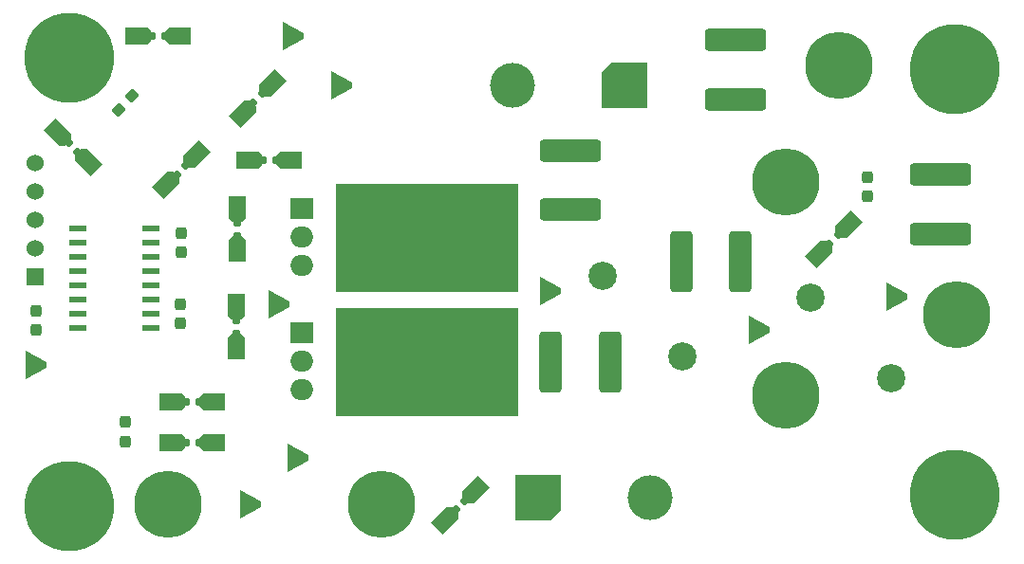
<source format=gbr>
%TF.GenerationSoftware,KiCad,Pcbnew,6.0.4*%
%TF.CreationDate,2022-07-27T16:30:24-04:00*%
%TF.ProjectId,verter,76657274-6572-42e6-9b69-6361645f7063,rev?*%
%TF.SameCoordinates,Original*%
%TF.FileFunction,Soldermask,Top*%
%TF.FilePolarity,Negative*%
%FSLAX46Y46*%
G04 Gerber Fmt 4.6, Leading zero omitted, Abs format (unit mm)*
G04 Created by KiCad (PCBNEW 6.0.4) date 2022-07-27 16:30:24*
%MOMM*%
%LPD*%
G01*
G04 APERTURE LIST*
G04 Aperture macros list*
%AMRoundRect*
0 Rectangle with rounded corners*
0 $1 Rounding radius*
0 $2 $3 $4 $5 $6 $7 $8 $9 X,Y pos of 4 corners*
0 Add a 4 corners polygon primitive as box body*
4,1,4,$2,$3,$4,$5,$6,$7,$8,$9,$2,$3,0*
0 Add four circle primitives for the rounded corners*
1,1,$1+$1,$2,$3*
1,1,$1+$1,$4,$5*
1,1,$1+$1,$6,$7*
1,1,$1+$1,$8,$9*
0 Add four rect primitives between the rounded corners*
20,1,$1+$1,$2,$3,$4,$5,0*
20,1,$1+$1,$4,$5,$6,$7,0*
20,1,$1+$1,$6,$7,$8,$9,0*
20,1,$1+$1,$8,$9,$2,$3,0*%
%AMOutline4P*
0 Free polygon, 4 corners , with rotation*
0 The origin of the aperture is its center*
0 number of corners: always 4*
0 $1 to $8 corner X, Y*
0 $9 Rotation angle, in degrees counterclockwise*
0 create outline with 4 corners*
4,1,4,$1,$2,$3,$4,$5,$6,$7,$8,$1,$2,$9*%
%AMOutline5P*
0 Free polygon, 5 corners , with rotation*
0 The origin of the aperture is its center*
0 number of corners: always 5*
0 $1 to $10 corner X, Y*
0 $11 Rotation angle, in degrees counterclockwise*
0 create outline with 5 corners*
4,1,5,$1,$2,$3,$4,$5,$6,$7,$8,$9,$10,$1,$2,$11*%
%AMOutline6P*
0 Free polygon, 6 corners , with rotation*
0 The origin of the aperture is its center*
0 number of corners: always 6*
0 $1 to $12 corner X, Y*
0 $13 Rotation angle, in degrees counterclockwise*
0 create outline with 6 corners*
4,1,6,$1,$2,$3,$4,$5,$6,$7,$8,$9,$10,$11,$12,$1,$2,$13*%
%AMOutline7P*
0 Free polygon, 7 corners , with rotation*
0 The origin of the aperture is its center*
0 number of corners: always 7*
0 $1 to $14 corner X, Y*
0 $15 Rotation angle, in degrees counterclockwise*
0 create outline with 7 corners*
4,1,7,$1,$2,$3,$4,$5,$6,$7,$8,$9,$10,$11,$12,$13,$14,$1,$2,$15*%
%AMOutline8P*
0 Free polygon, 8 corners , with rotation*
0 The origin of the aperture is its center*
0 number of corners: always 8*
0 $1 to $16 corner X, Y*
0 $17 Rotation angle, in degrees counterclockwise*
0 create outline with 8 corners*
4,1,8,$1,$2,$3,$4,$5,$6,$7,$8,$9,$10,$11,$12,$13,$14,$15,$16,$1,$2,$17*%
G04 Aperture macros list end*
%ADD10Outline6P,-1.143000X0.762000X0.838200X0.762000X1.143000X0.457200X1.143000X-0.457200X0.838200X-0.762000X-1.143000X-0.762000X0.000000*%
%ADD11RoundRect,0.135000X-0.135000X-0.185000X0.135000X-0.185000X0.135000X0.185000X-0.135000X0.185000X0*%
%ADD12Outline6P,-1.143000X0.457200X-0.838200X0.762000X1.143000X0.762000X1.143000X-0.762000X-0.838200X-0.762000X-1.143000X-0.457200X0.000000*%
%ADD13C,8.000000*%
%ADD14RoundRect,0.135000X-0.035355X0.226274X-0.226274X0.035355X0.035355X-0.226274X0.226274X-0.035355X0*%
%ADD15Outline6P,-1.143000X0.762000X0.838200X0.762000X1.143000X0.457200X1.143000X-0.457200X0.838200X-0.762000X-1.143000X-0.762000X225.000000*%
%ADD16Outline6P,-1.143000X0.457200X-0.838200X0.762000X1.143000X0.762000X1.143000X-0.762000X-0.838200X-0.762000X-1.143000X-0.457200X225.000000*%
%ADD17C,6.000000*%
%ADD18Outline4P,-0.912000X-1.262000X0.912000X-0.262000X0.912000X0.262000X-0.912000X1.262000X0.000000*%
%ADD19R,1.524000X1.524000*%
%ADD20C,1.524000*%
%ADD21Outline6P,-1.143000X0.762000X0.838200X0.762000X1.143000X0.457200X1.143000X-0.457200X0.838200X-0.762000X-1.143000X-0.762000X90.000000*%
%ADD22RoundRect,0.135000X0.185000X-0.135000X0.185000X0.135000X-0.185000X0.135000X-0.185000X-0.135000X0*%
%ADD23Outline6P,-1.143000X0.457200X-0.838200X0.762000X1.143000X0.762000X1.143000X-0.762000X-0.838200X-0.762000X-1.143000X-0.457200X90.000000*%
%ADD24RoundRect,0.237500X-0.237500X0.300000X-0.237500X-0.300000X0.237500X-0.300000X0.237500X0.300000X0*%
%ADD25RoundRect,0.249999X-0.737501X-2.450001X0.737501X-2.450001X0.737501X2.450001X-0.737501X2.450001X0*%
%ADD26C,2.524000*%
%ADD27O,3.500000X3.500000*%
%ADD28R,2.000000X1.905000*%
%ADD29R,16.262000X9.762000*%
%ADD30O,2.000000X1.905000*%
%ADD31C,4.000000*%
%ADD32Outline5P,-2.000000X1.200000X-1.200000X2.000000X2.000000X2.000000X2.000000X-2.000000X-2.000000X-2.000000X0.000000*%
%ADD33RoundRect,0.137500X-0.662500X-0.137500X0.662500X-0.137500X0.662500X0.137500X-0.662500X0.137500X0*%
%ADD34RoundRect,0.249999X-2.450001X0.737501X-2.450001X-0.737501X2.450001X-0.737501X2.450001X0.737501X0*%
%ADD35RoundRect,0.135000X0.135000X0.185000X-0.135000X0.185000X-0.135000X-0.185000X0.135000X-0.185000X0*%
%ADD36Outline6P,-1.143000X0.762000X0.838200X0.762000X1.143000X0.457200X1.143000X-0.457200X0.838200X-0.762000X-1.143000X-0.762000X180.000000*%
%ADD37Outline6P,-1.143000X0.457200X-0.838200X0.762000X1.143000X0.762000X1.143000X-0.762000X-0.838200X-0.762000X-1.143000X-0.457200X180.000000*%
%ADD38RoundRect,0.135000X-0.226274X-0.035355X-0.035355X-0.226274X0.226274X0.035355X0.035355X0.226274X0*%
%ADD39Outline6P,-1.143000X0.762000X0.838200X0.762000X1.143000X0.457200X1.143000X-0.457200X0.838200X-0.762000X-1.143000X-0.762000X315.000000*%
%ADD40Outline6P,-1.143000X0.457200X-0.838200X0.762000X1.143000X0.762000X1.143000X-0.762000X-0.838200X-0.762000X-1.143000X-0.457200X315.000000*%
%ADD41RoundRect,0.237500X-0.044194X-0.380070X0.380070X0.044194X0.044194X0.380070X-0.380070X-0.044194X0*%
%ADD42RoundRect,0.135000X0.035355X-0.226274X0.226274X-0.035355X-0.035355X0.226274X-0.226274X0.035355X0*%
%ADD43Outline6P,-1.143000X0.762000X0.838200X0.762000X1.143000X0.457200X1.143000X-0.457200X0.838200X-0.762000X-1.143000X-0.762000X45.000000*%
%ADD44Outline6P,-1.143000X0.457200X-0.838200X0.762000X1.143000X0.762000X1.143000X-0.762000X-0.838200X-0.762000X-1.143000X-0.457200X45.000000*%
%ADD45RoundRect,0.249999X0.737501X2.450001X-0.737501X2.450001X-0.737501X-2.450001X0.737501X-2.450001X0*%
%ADD46RoundRect,0.237500X0.237500X-0.300000X0.237500X0.300000X-0.237500X0.300000X-0.237500X-0.300000X0*%
%ADD47RoundRect,0.249999X2.450001X-0.737501X2.450001X0.737501X-2.450001X0.737501X-2.450001X-0.737501X0*%
%ADD48Outline5P,-2.000000X1.200000X-1.200000X2.000000X2.000000X2.000000X2.000000X-2.000000X-2.000000X-2.000000X180.000000*%
G04 APERTURE END LIST*
D10*
%TO.C,C11*%
X114272000Y-135750000D03*
D11*
X115540000Y-135750000D03*
D12*
X117828000Y-135750000D03*
D11*
X116560000Y-135750000D03*
%TD*%
D13*
%TO.C,M1*%
X105000000Y-105000000D03*
%TD*%
D14*
%TO.C,R12*%
X140250000Y-144600000D03*
D15*
X141146612Y-143703388D03*
D14*
X139528752Y-145321248D03*
D16*
X138632140Y-146217860D03*
%TD*%
D17*
%TO.C,BN2*%
X168900000Y-116100000D03*
X168900000Y-135150000D03*
%TD*%
D13*
%TO.C,M2*%
X184000000Y-144000000D03*
%TD*%
D18*
%TO.C,t3bat-1*%
X125450000Y-140750000D03*
%TD*%
%TO.C,t12hbout1*%
X178850000Y-126350000D03*
%TD*%
%TO.C,t2vdda1*%
X125000000Y-103000000D03*
%TD*%
D19*
%TO.C,cn1*%
X101986000Y-124540000D03*
D20*
X101986000Y-122000000D03*
X101986000Y-119460000D03*
X101986000Y-116920000D03*
X101986000Y-114380000D03*
%TD*%
D21*
%TO.C,R1*%
X120030000Y-122055500D03*
D22*
X120030000Y-120787500D03*
D23*
X120030000Y-118499500D03*
D22*
X120030000Y-119767500D03*
%TD*%
D15*
%TO.C,D1*%
X116257236Y-113742764D03*
D14*
X115360624Y-114639376D03*
X114639376Y-115360624D03*
D16*
X113742764Y-116257236D03*
%TD*%
D18*
%TO.C,t1*%
X102000000Y-132460000D03*
%TD*%
%TO.C,t4bat+1*%
X121200000Y-144900000D03*
%TD*%
D13*
%TO.C,M3*%
X184000000Y-106000000D03*
%TD*%
D24*
%TO.C,C4*%
X115000000Y-120637500D03*
X115000000Y-122362500D03*
%TD*%
D25*
%TO.C,C5*%
X159612500Y-123150000D03*
X164887500Y-123150000D03*
%TD*%
D26*
%TO.C,L1*%
X152550000Y-124450000D03*
X159734205Y-131634205D03*
%TD*%
D24*
%TO.C,C3*%
X114950000Y-126987500D03*
X114950000Y-128712500D03*
%TD*%
D17*
%TO.C,BN3*%
X113850000Y-144850000D03*
X132900000Y-144850000D03*
%TD*%
D27*
%TO.C,U2*%
X142430000Y-132100000D03*
D28*
X125770000Y-129560000D03*
D29*
X136901000Y-132179000D03*
D30*
X125770000Y-132100000D03*
X125770000Y-134640000D03*
%TD*%
D31*
%TO.C,C6*%
X144550000Y-107450000D03*
D32*
X154550000Y-107450000D03*
%TD*%
D24*
%TO.C,R3*%
X176250000Y-115637500D03*
X176250000Y-117362500D03*
%TD*%
D18*
%TO.C,t6higate1*%
X129340000Y-107460000D03*
%TD*%
D33*
%TO.C,U4*%
X105750000Y-120255000D03*
X105750000Y-121525000D03*
X105750000Y-122795000D03*
X105750000Y-124065000D03*
X105750000Y-125335000D03*
X105750000Y-126605000D03*
X105750000Y-127875000D03*
X105750000Y-129145000D03*
X112250000Y-129145000D03*
X112250000Y-127875000D03*
X112250000Y-126605000D03*
X112250000Y-125335000D03*
X112250000Y-124065000D03*
X112250000Y-122795000D03*
X112250000Y-121525000D03*
X112250000Y-120255000D03*
%TD*%
D21*
%TO.C,R2*%
X119880000Y-130778000D03*
D22*
X119880000Y-129510000D03*
X119880000Y-128490000D03*
D23*
X119880000Y-127222000D03*
%TD*%
D18*
%TO.C,t5lo_gate1*%
X123750000Y-127000000D03*
%TD*%
%TO.C,t8hbf1*%
X166550000Y-129250000D03*
%TD*%
D10*
%TO.C,C10*%
X121122000Y-114100000D03*
D11*
X122390000Y-114100000D03*
D12*
X124678000Y-114100000D03*
D11*
X123410000Y-114100000D03*
%TD*%
D27*
%TO.C,U1*%
X142430000Y-121000000D03*
D28*
X125770000Y-118460000D03*
D29*
X136901000Y-121079000D03*
D30*
X125770000Y-121000000D03*
X125770000Y-123540000D03*
%TD*%
D34*
%TO.C,C12*%
X149700000Y-113250000D03*
X149700000Y-118525000D03*
%TD*%
D24*
%TO.C,R11*%
X110000000Y-137537500D03*
X110000000Y-139262500D03*
%TD*%
D35*
%TO.C,D3*%
X113510000Y-103000000D03*
D36*
X114778000Y-103000000D03*
D35*
X112490000Y-103000000D03*
D37*
X111222000Y-103000000D03*
%TD*%
D26*
%TO.C,L2*%
X171115795Y-126415795D03*
X178300000Y-133600000D03*
%TD*%
D38*
%TO.C,C2*%
X104989376Y-112639376D03*
D39*
X104092764Y-111742764D03*
D38*
X105710624Y-113360624D03*
D40*
X106607236Y-114257236D03*
%TD*%
D34*
%TO.C,C13*%
X182700000Y-115425000D03*
X182700000Y-120700000D03*
%TD*%
D41*
%TO.C,R10*%
X109390120Y-109609880D03*
X110609880Y-108390120D03*
%TD*%
D42*
%TO.C,R4*%
X121439376Y-108960624D03*
D43*
X120542764Y-109857236D03*
D44*
X123057236Y-107342764D03*
D42*
X122160624Y-108239376D03*
%TD*%
D45*
%TO.C,C9*%
X153237500Y-132150000D03*
X147962500Y-132150000D03*
%TD*%
D18*
%TO.C,t7hbc1*%
X147950000Y-125800000D03*
%TD*%
D17*
%TO.C,BN1*%
X173650000Y-105650000D03*
%TD*%
D46*
%TO.C,C1*%
X102000000Y-129322500D03*
X102000000Y-127597500D03*
%TD*%
D35*
%TO.C,D4*%
X116483000Y-139400000D03*
D36*
X117751000Y-139400000D03*
D37*
X114195000Y-139400000D03*
D35*
X115463000Y-139400000D03*
%TD*%
D47*
%TO.C,C8*%
X164462500Y-108687500D03*
X164462500Y-103412500D03*
%TD*%
D17*
%TO.C,BNOut4*%
X184200000Y-127900000D03*
%TD*%
D42*
%TO.C,D2*%
X172839376Y-121560624D03*
D43*
X171942764Y-122457236D03*
D42*
X173560624Y-120839376D03*
D44*
X174457236Y-119942764D03*
%TD*%
D31*
%TO.C,C7*%
X156800000Y-144300000D03*
D48*
X146800000Y-144300000D03*
%TD*%
D13*
%TO.C,M4*%
X105000000Y-145000000D03*
%TD*%
M02*

</source>
